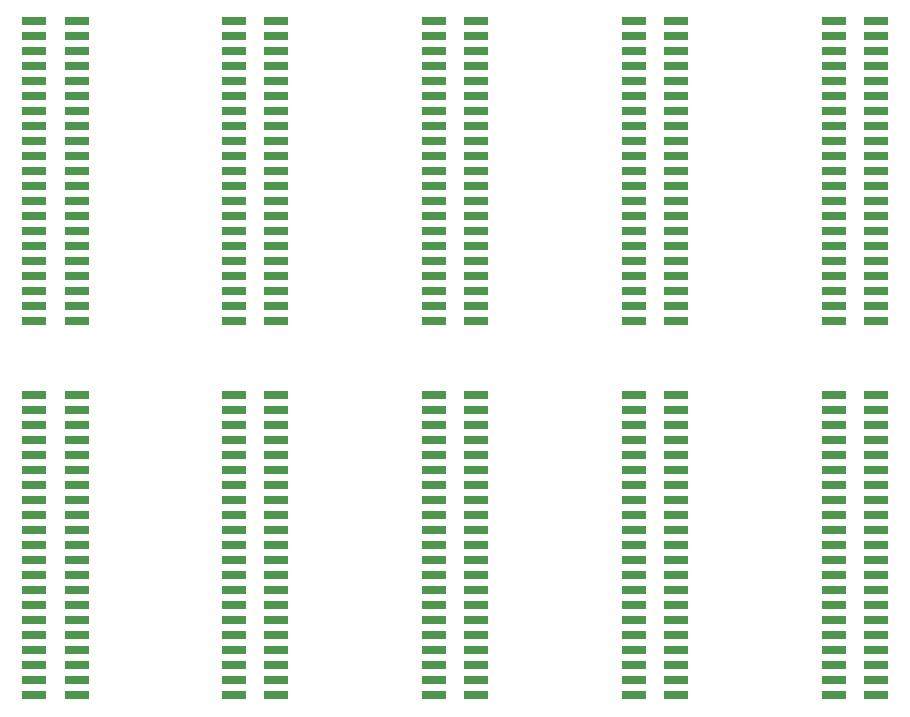
<source format=gbr>
%TF.GenerationSoftware,KiCad,Pcbnew,(6.0.7)*%
%TF.CreationDate,2022-08-09T00:19:31-07:00*%
%TF.ProjectId,panelized-M27C322-to-KM23C32000AG-adapter,70616e65-6c69-47a6-9564-2d4d32374333,rev?*%
%TF.SameCoordinates,Original*%
%TF.FileFunction,Paste,Top*%
%TF.FilePolarity,Positive*%
%FSLAX46Y46*%
G04 Gerber Fmt 4.6, Leading zero omitted, Abs format (unit mm)*
G04 Created by KiCad (PCBNEW (6.0.7)) date 2022-08-09 00:19:31*
%MOMM*%
%LPD*%
G01*
G04 APERTURE LIST*
%ADD10R,2.100000X0.750000*%
G04 APERTURE END LIST*
D10*
%TO.C,J1*%
X45583500Y-24635000D03*
X45583500Y-25905000D03*
X45583500Y-27175000D03*
X45583500Y-28445000D03*
X45583500Y-29715000D03*
X45583500Y-30985000D03*
X45583500Y-32255000D03*
X45583500Y-33525000D03*
X45583500Y-34795000D03*
X45583500Y-36065000D03*
X45583500Y-37335000D03*
X45583500Y-38605000D03*
X45583500Y-39875000D03*
X45583500Y-41145000D03*
X45583500Y-42415000D03*
X45583500Y-43685000D03*
X45583500Y-44955000D03*
X45583500Y-46225000D03*
X45583500Y-47495000D03*
X45583500Y-48765000D03*
X45583500Y-50035000D03*
X49183500Y-50035000D03*
X49183500Y-48765000D03*
X49183500Y-47495000D03*
X49183500Y-46225000D03*
X49183500Y-44955000D03*
X49183500Y-43685000D03*
X49183500Y-42415000D03*
X49183500Y-41145000D03*
X49183500Y-39875000D03*
X49183500Y-38605000D03*
X49183500Y-37335000D03*
X49183500Y-36065000D03*
X49183500Y-34795000D03*
X49183500Y-33525000D03*
X49183500Y-32255000D03*
X49183500Y-30985000D03*
X49183500Y-29715000D03*
X49183500Y-28445000D03*
X49183500Y-27175000D03*
X49183500Y-25905000D03*
X49183500Y-24635000D03*
%TD*%
%TO.C,J1*%
X62506000Y-24635000D03*
X62506000Y-25905000D03*
X62506000Y-27175000D03*
X62506000Y-28445000D03*
X62506000Y-29715000D03*
X62506000Y-30985000D03*
X62506000Y-32255000D03*
X62506000Y-33525000D03*
X62506000Y-34795000D03*
X62506000Y-36065000D03*
X62506000Y-37335000D03*
X62506000Y-38605000D03*
X62506000Y-39875000D03*
X62506000Y-41145000D03*
X62506000Y-42415000D03*
X62506000Y-43685000D03*
X62506000Y-44955000D03*
X62506000Y-46225000D03*
X62506000Y-47495000D03*
X62506000Y-48765000D03*
X62506000Y-50035000D03*
X66106000Y-50035000D03*
X66106000Y-48765000D03*
X66106000Y-47495000D03*
X66106000Y-46225000D03*
X66106000Y-44955000D03*
X66106000Y-43685000D03*
X66106000Y-42415000D03*
X66106000Y-41145000D03*
X66106000Y-39875000D03*
X66106000Y-38605000D03*
X66106000Y-37335000D03*
X66106000Y-36065000D03*
X66106000Y-34795000D03*
X66106000Y-33525000D03*
X66106000Y-32255000D03*
X66106000Y-30985000D03*
X66106000Y-29715000D03*
X66106000Y-28445000D03*
X66106000Y-27175000D03*
X66106000Y-25905000D03*
X66106000Y-24635000D03*
%TD*%
%TO.C,J1*%
X62506000Y-56305000D03*
X62506000Y-57575000D03*
X62506000Y-58845000D03*
X62506000Y-60115000D03*
X62506000Y-61385000D03*
X62506000Y-62655000D03*
X62506000Y-63925000D03*
X62506000Y-65195000D03*
X62506000Y-66465000D03*
X62506000Y-67735000D03*
X62506000Y-69005000D03*
X62506000Y-70275000D03*
X62506000Y-71545000D03*
X62506000Y-72815000D03*
X62506000Y-74085000D03*
X62506000Y-75355000D03*
X62506000Y-76625000D03*
X62506000Y-77895000D03*
X62506000Y-79165000D03*
X62506000Y-80435000D03*
X62506000Y-81705000D03*
X66106000Y-81705000D03*
X66106000Y-80435000D03*
X66106000Y-79165000D03*
X66106000Y-77895000D03*
X66106000Y-76625000D03*
X66106000Y-75355000D03*
X66106000Y-74085000D03*
X66106000Y-72815000D03*
X66106000Y-71545000D03*
X66106000Y-70275000D03*
X66106000Y-69005000D03*
X66106000Y-67735000D03*
X66106000Y-66465000D03*
X66106000Y-65195000D03*
X66106000Y-63925000D03*
X66106000Y-62655000D03*
X66106000Y-61385000D03*
X66106000Y-60115000D03*
X66106000Y-58845000D03*
X66106000Y-57575000D03*
X66106000Y-56305000D03*
%TD*%
%TO.C,J1*%
X79428500Y-24635000D03*
X79428500Y-25905000D03*
X79428500Y-27175000D03*
X79428500Y-28445000D03*
X79428500Y-29715000D03*
X79428500Y-30985000D03*
X79428500Y-32255000D03*
X79428500Y-33525000D03*
X79428500Y-34795000D03*
X79428500Y-36065000D03*
X79428500Y-37335000D03*
X79428500Y-38605000D03*
X79428500Y-39875000D03*
X79428500Y-41145000D03*
X79428500Y-42415000D03*
X79428500Y-43685000D03*
X79428500Y-44955000D03*
X79428500Y-46225000D03*
X79428500Y-47495000D03*
X79428500Y-48765000D03*
X79428500Y-50035000D03*
X83028500Y-50035000D03*
X83028500Y-48765000D03*
X83028500Y-47495000D03*
X83028500Y-46225000D03*
X83028500Y-44955000D03*
X83028500Y-43685000D03*
X83028500Y-42415000D03*
X83028500Y-41145000D03*
X83028500Y-39875000D03*
X83028500Y-38605000D03*
X83028500Y-37335000D03*
X83028500Y-36065000D03*
X83028500Y-34795000D03*
X83028500Y-33525000D03*
X83028500Y-32255000D03*
X83028500Y-30985000D03*
X83028500Y-29715000D03*
X83028500Y-28445000D03*
X83028500Y-27175000D03*
X83028500Y-25905000D03*
X83028500Y-24635000D03*
%TD*%
%TO.C,J1*%
X96351000Y-24635000D03*
X96351000Y-25905000D03*
X96351000Y-27175000D03*
X96351000Y-28445000D03*
X96351000Y-29715000D03*
X96351000Y-30985000D03*
X96351000Y-32255000D03*
X96351000Y-33525000D03*
X96351000Y-34795000D03*
X96351000Y-36065000D03*
X96351000Y-37335000D03*
X96351000Y-38605000D03*
X96351000Y-39875000D03*
X96351000Y-41145000D03*
X96351000Y-42415000D03*
X96351000Y-43685000D03*
X96351000Y-44955000D03*
X96351000Y-46225000D03*
X96351000Y-47495000D03*
X96351000Y-48765000D03*
X96351000Y-50035000D03*
X99951000Y-50035000D03*
X99951000Y-48765000D03*
X99951000Y-47495000D03*
X99951000Y-46225000D03*
X99951000Y-44955000D03*
X99951000Y-43685000D03*
X99951000Y-42415000D03*
X99951000Y-41145000D03*
X99951000Y-39875000D03*
X99951000Y-38605000D03*
X99951000Y-37335000D03*
X99951000Y-36065000D03*
X99951000Y-34795000D03*
X99951000Y-33525000D03*
X99951000Y-32255000D03*
X99951000Y-30985000D03*
X99951000Y-29715000D03*
X99951000Y-28445000D03*
X99951000Y-27175000D03*
X99951000Y-25905000D03*
X99951000Y-24635000D03*
%TD*%
%TO.C,J1*%
X45583500Y-56305000D03*
X45583500Y-57575000D03*
X45583500Y-58845000D03*
X45583500Y-60115000D03*
X45583500Y-61385000D03*
X45583500Y-62655000D03*
X45583500Y-63925000D03*
X45583500Y-65195000D03*
X45583500Y-66465000D03*
X45583500Y-67735000D03*
X45583500Y-69005000D03*
X45583500Y-70275000D03*
X45583500Y-71545000D03*
X45583500Y-72815000D03*
X45583500Y-74085000D03*
X45583500Y-75355000D03*
X45583500Y-76625000D03*
X45583500Y-77895000D03*
X45583500Y-79165000D03*
X45583500Y-80435000D03*
X45583500Y-81705000D03*
X49183500Y-81705000D03*
X49183500Y-80435000D03*
X49183500Y-79165000D03*
X49183500Y-77895000D03*
X49183500Y-76625000D03*
X49183500Y-75355000D03*
X49183500Y-74085000D03*
X49183500Y-72815000D03*
X49183500Y-71545000D03*
X49183500Y-70275000D03*
X49183500Y-69005000D03*
X49183500Y-67735000D03*
X49183500Y-66465000D03*
X49183500Y-65195000D03*
X49183500Y-63925000D03*
X49183500Y-62655000D03*
X49183500Y-61385000D03*
X49183500Y-60115000D03*
X49183500Y-58845000D03*
X49183500Y-57575000D03*
X49183500Y-56305000D03*
%TD*%
%TO.C,J1*%
X79428500Y-56305000D03*
X79428500Y-57575000D03*
X79428500Y-58845000D03*
X79428500Y-60115000D03*
X79428500Y-61385000D03*
X79428500Y-62655000D03*
X79428500Y-63925000D03*
X79428500Y-65195000D03*
X79428500Y-66465000D03*
X79428500Y-67735000D03*
X79428500Y-69005000D03*
X79428500Y-70275000D03*
X79428500Y-71545000D03*
X79428500Y-72815000D03*
X79428500Y-74085000D03*
X79428500Y-75355000D03*
X79428500Y-76625000D03*
X79428500Y-77895000D03*
X79428500Y-79165000D03*
X79428500Y-80435000D03*
X79428500Y-81705000D03*
X83028500Y-81705000D03*
X83028500Y-80435000D03*
X83028500Y-79165000D03*
X83028500Y-77895000D03*
X83028500Y-76625000D03*
X83028500Y-75355000D03*
X83028500Y-74085000D03*
X83028500Y-72815000D03*
X83028500Y-71545000D03*
X83028500Y-70275000D03*
X83028500Y-69005000D03*
X83028500Y-67735000D03*
X83028500Y-66465000D03*
X83028500Y-65195000D03*
X83028500Y-63925000D03*
X83028500Y-62655000D03*
X83028500Y-61385000D03*
X83028500Y-60115000D03*
X83028500Y-58845000D03*
X83028500Y-57575000D03*
X83028500Y-56305000D03*
%TD*%
%TO.C,J1*%
X28661000Y-56305000D03*
X28661000Y-57575000D03*
X28661000Y-58845000D03*
X28661000Y-60115000D03*
X28661000Y-61385000D03*
X28661000Y-62655000D03*
X28661000Y-63925000D03*
X28661000Y-65195000D03*
X28661000Y-66465000D03*
X28661000Y-67735000D03*
X28661000Y-69005000D03*
X28661000Y-70275000D03*
X28661000Y-71545000D03*
X28661000Y-72815000D03*
X28661000Y-74085000D03*
X28661000Y-75355000D03*
X28661000Y-76625000D03*
X28661000Y-77895000D03*
X28661000Y-79165000D03*
X28661000Y-80435000D03*
X28661000Y-81705000D03*
X32261000Y-81705000D03*
X32261000Y-80435000D03*
X32261000Y-79165000D03*
X32261000Y-77895000D03*
X32261000Y-76625000D03*
X32261000Y-75355000D03*
X32261000Y-74085000D03*
X32261000Y-72815000D03*
X32261000Y-71545000D03*
X32261000Y-70275000D03*
X32261000Y-69005000D03*
X32261000Y-67735000D03*
X32261000Y-66465000D03*
X32261000Y-65195000D03*
X32261000Y-63925000D03*
X32261000Y-62655000D03*
X32261000Y-61385000D03*
X32261000Y-60115000D03*
X32261000Y-58845000D03*
X32261000Y-57575000D03*
X32261000Y-56305000D03*
%TD*%
%TO.C,J1*%
X28661000Y-24635000D03*
X28661000Y-25905000D03*
X28661000Y-27175000D03*
X28661000Y-28445000D03*
X28661000Y-29715000D03*
X28661000Y-30985000D03*
X28661000Y-32255000D03*
X28661000Y-33525000D03*
X28661000Y-34795000D03*
X28661000Y-36065000D03*
X28661000Y-37335000D03*
X28661000Y-38605000D03*
X28661000Y-39875000D03*
X28661000Y-41145000D03*
X28661000Y-42415000D03*
X28661000Y-43685000D03*
X28661000Y-44955000D03*
X28661000Y-46225000D03*
X28661000Y-47495000D03*
X28661000Y-48765000D03*
X28661000Y-50035000D03*
X32261000Y-50035000D03*
X32261000Y-48765000D03*
X32261000Y-47495000D03*
X32261000Y-46225000D03*
X32261000Y-44955000D03*
X32261000Y-43685000D03*
X32261000Y-42415000D03*
X32261000Y-41145000D03*
X32261000Y-39875000D03*
X32261000Y-38605000D03*
X32261000Y-37335000D03*
X32261000Y-36065000D03*
X32261000Y-34795000D03*
X32261000Y-33525000D03*
X32261000Y-32255000D03*
X32261000Y-30985000D03*
X32261000Y-29715000D03*
X32261000Y-28445000D03*
X32261000Y-27175000D03*
X32261000Y-25905000D03*
X32261000Y-24635000D03*
%TD*%
%TO.C,J1*%
X96351000Y-56305000D03*
X96351000Y-57575000D03*
X96351000Y-58845000D03*
X96351000Y-60115000D03*
X96351000Y-61385000D03*
X96351000Y-62655000D03*
X96351000Y-63925000D03*
X96351000Y-65195000D03*
X96351000Y-66465000D03*
X96351000Y-67735000D03*
X96351000Y-69005000D03*
X96351000Y-70275000D03*
X96351000Y-71545000D03*
X96351000Y-72815000D03*
X96351000Y-74085000D03*
X96351000Y-75355000D03*
X96351000Y-76625000D03*
X96351000Y-77895000D03*
X96351000Y-79165000D03*
X96351000Y-80435000D03*
X96351000Y-81705000D03*
X99951000Y-81705000D03*
X99951000Y-80435000D03*
X99951000Y-79165000D03*
X99951000Y-77895000D03*
X99951000Y-76625000D03*
X99951000Y-75355000D03*
X99951000Y-74085000D03*
X99951000Y-72815000D03*
X99951000Y-71545000D03*
X99951000Y-70275000D03*
X99951000Y-69005000D03*
X99951000Y-67735000D03*
X99951000Y-66465000D03*
X99951000Y-65195000D03*
X99951000Y-63925000D03*
X99951000Y-62655000D03*
X99951000Y-61385000D03*
X99951000Y-60115000D03*
X99951000Y-58845000D03*
X99951000Y-57575000D03*
X99951000Y-56305000D03*
%TD*%
M02*

</source>
